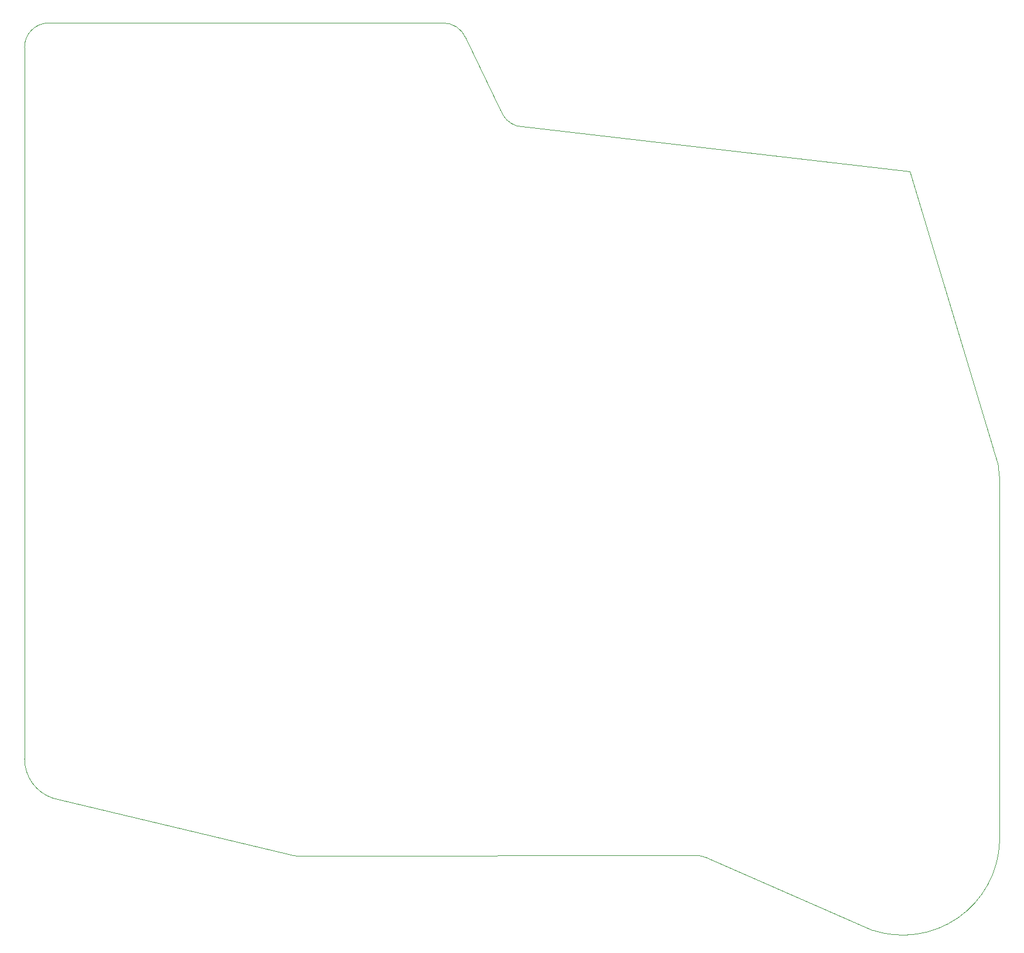
<source format=gbr>
%TF.GenerationSoftware,KiCad,Pcbnew,9.0.2+dfsg-1*%
%TF.CreationDate,2025-11-16T22:45:13+01:00*%
%TF.ProjectId,LuMo_bottom,4c754d6f-5f62-46f7-9474-6f6d2e6b6963,rev?*%
%TF.SameCoordinates,Original*%
%TF.FileFunction,Profile,NP*%
%FSLAX46Y46*%
G04 Gerber Fmt 4.6, Leading zero omitted, Abs format (unit mm)*
G04 Created by KiCad (PCBNEW 9.0.2+dfsg-1) date 2025-11-16 22:45:13*
%MOMM*%
%LPD*%
G01*
G04 APERTURE LIST*
%TA.AperFunction,Profile*%
%ADD10C,0.050000*%
%TD*%
G04 APERTURE END LIST*
D10*
X176143433Y-83316198D02*
G75*
G02*
X177011898Y-87500000I-9643433J-4183802D01*
G01*
X75165746Y-142011018D02*
G75*
G02*
X74846441Y-141971509I334254J4011418D01*
G01*
X176143433Y-83316201D02*
X164000000Y-43000000D01*
X36000000Y-25000000D02*
G75*
G02*
X39500000Y-21500000I3500000J0D01*
G01*
X164000000Y-43000000D02*
X107200002Y-36400000D01*
X107200000Y-36400000D02*
G75*
G02*
X104863471Y-34138256I1014200J3385500D01*
G01*
X134598361Y-142299291D02*
X158569992Y-152790034D01*
X177000000Y-140000000D02*
X177011898Y-87500000D01*
X39500000Y-21500000D02*
X96599948Y-21500000D01*
X75165750Y-142011018D02*
X133000000Y-141968871D01*
X36000000Y-25000000D02*
X36000000Y-128000000D01*
X74846442Y-141971508D02*
X40102635Y-133692100D01*
X177000000Y-140000000D02*
G75*
G02*
X158569989Y-152790034I-14000000J500000D01*
G01*
X99766724Y-23621095D02*
X104863473Y-34138260D01*
X40102633Y-133692100D02*
G75*
G02*
X36000000Y-128000000I1897367J5692100D01*
G01*
X133000000Y-141968871D02*
G75*
G02*
X134598361Y-142299291I0J-4031129D01*
G01*
X96600000Y-21500000D02*
G75*
G02*
X99766741Y-23621132I-50600J-3500000D01*
G01*
M02*

</source>
